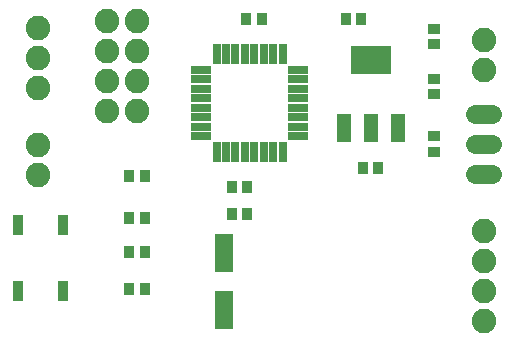
<source format=gts>
G75*
%MOIN*%
%OFA0B0*%
%FSLAX24Y24*%
%IPPOS*%
%LPD*%
%AMOC8*
5,1,8,0,0,1.08239X$1,22.5*
%
%ADD10R,0.0454X0.0926*%
%ADD11R,0.1360X0.0926*%
%ADD12C,0.0640*%
%ADD13C,0.0820*%
%ADD14R,0.0356X0.0434*%
%ADD15R,0.0434X0.0356*%
%ADD16R,0.0660X0.0280*%
%ADD17R,0.0280X0.0660*%
%ADD18R,0.0631X0.1261*%
%ADD19R,0.0380X0.0680*%
D10*
X012173Y007822D03*
X013079Y007822D03*
X013984Y007822D03*
D11*
X013079Y010105D03*
D12*
X016549Y008313D02*
X017109Y008313D01*
X017109Y007313D02*
X016549Y007313D01*
X016549Y006313D02*
X017109Y006313D01*
D13*
X016829Y004413D03*
X016829Y003413D03*
X016829Y002413D03*
X016829Y001413D03*
X005279Y008413D03*
X004279Y008413D03*
X004279Y009413D03*
X005279Y009413D03*
X005279Y010413D03*
X004279Y010413D03*
X004279Y011413D03*
X005279Y011413D03*
X001979Y011163D03*
X001979Y010163D03*
X001979Y009163D03*
X001979Y007273D03*
X001979Y006273D03*
X016829Y009763D03*
X016829Y010763D03*
D14*
X012754Y011463D03*
X012243Y011463D03*
X009434Y011463D03*
X008923Y011463D03*
X012813Y006513D03*
X013324Y006513D03*
X008944Y005853D03*
X008433Y005853D03*
X008433Y004973D03*
X008944Y004973D03*
X005534Y004843D03*
X005023Y004843D03*
X005023Y003713D03*
X005534Y003713D03*
X005534Y002463D03*
X005023Y002463D03*
X005023Y006223D03*
X005534Y006223D03*
D15*
X015179Y007047D03*
X015179Y007559D03*
X015179Y008957D03*
X015179Y009469D03*
X015179Y010617D03*
X015179Y011129D03*
D16*
X010649Y009763D03*
X010649Y009453D03*
X010649Y009133D03*
X010649Y008823D03*
X010649Y008503D03*
X010649Y008193D03*
X010649Y007873D03*
X010649Y007563D03*
X007409Y007563D03*
X007409Y007873D03*
X007409Y008193D03*
X007409Y008503D03*
X007409Y008823D03*
X007409Y009133D03*
X007409Y009453D03*
X007409Y009763D03*
D17*
X007929Y010283D03*
X008239Y010283D03*
X008559Y010283D03*
X008869Y010283D03*
X009189Y010283D03*
X009499Y010283D03*
X009819Y010283D03*
X010129Y010283D03*
X010129Y007043D03*
X009819Y007043D03*
X009499Y007043D03*
X009189Y007043D03*
X008869Y007043D03*
X008559Y007043D03*
X008239Y007043D03*
X007929Y007043D03*
D18*
X008179Y003658D03*
X008179Y001768D03*
D19*
X001309Y002413D03*
X002809Y002413D03*
X002809Y004613D03*
X001309Y004613D03*
M02*

</source>
